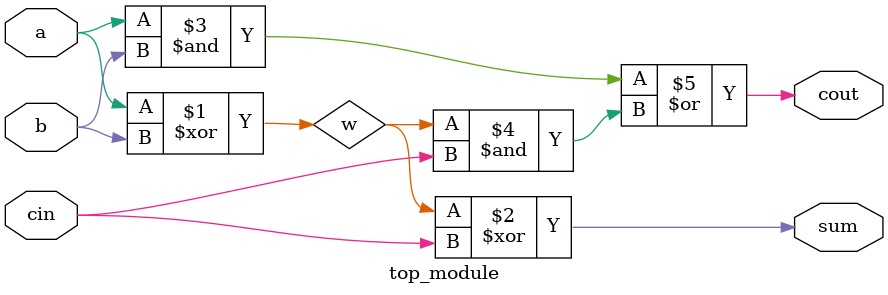
<source format=v>

module top_module( 
    input a, b, cin,
    output cout, sum 
);

    wire w;
    assign w = a^b;
    assign sum = w^cin;
    assign cout = (a&b) | (w&cin);

endmodule
</source>
